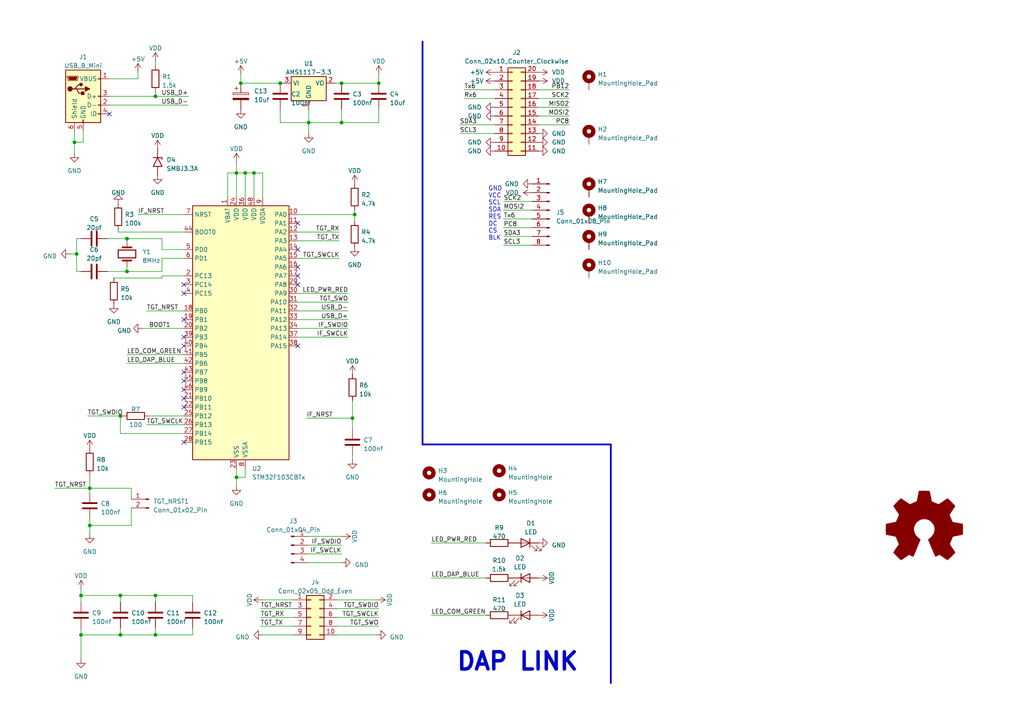
<source format=kicad_sch>
(kicad_sch (version 20230121) (generator eeschema)
  (paper "A4")
  (lib_symbols
    (symbol "+5V_1" (power) (pin_names (offset 0))
      (property "Value" "+5V_1" (at 0 3.556 0))
      (symbol "+5V_1_1_1"
        (pin power_in line (at 0 0 90) (length 0) hide (name "+5V") (number "1"))
      )
    )
    (symbol "Connector:Conn_01x02_Pin" (pin_names (offset 1.016) hide)
      (property "Reference" "J" (at 0 2.54 0))
      (property "Value" "Conn_01x02_Pin" (at 0 -5.08 0))
      (symbol "Conn_01x02_Pin_1_1"
        (pin passive line (at 5.08 0 180) (length 3.81) (name "Pin_1") (number "1"))
        (pin passive line (at 5.08 -2.54 180) (length 3.81) (name "Pin_2") (number "2"))
      )
    )
    (symbol "Connector:Conn_01x04_Pin" (pin_names (offset 1.016) hide)
      (property "Reference" "J" (at 0 5.08 0))
      (property "Value" "Conn_01x04_Pin" (at 0 -7.62 0))
      (symbol "Conn_01x04_Pin_1_1"
        (pin passive line (at 5.08 2.54 180) (length 3.81) (name "Pin_1") (number "1"))
        (pin passive line (at 5.08 0 180) (length 3.81) (name "Pin_2") (number "2"))
        (pin passive line (at 5.08 -2.54 180) (length 3.81) (name "Pin_3") (number "3"))
        (pin passive line (at 5.08 -5.08 180) (length 3.81) (name "Pin_4") (number "4"))
      )
    )
    (symbol "Connector:Conn_01x08_Pin" (pin_names (offset 1.016) hide)
      (property "Reference" "J" (at 0 10.16 0))
      (property "Value" "Conn_01x08_Pin" (at 0 -12.7 0))
      (symbol "Conn_01x08_Pin_1_1"
        (pin passive line (at 5.08 7.62 180) (length 3.81) (name "Pin_1") (number "1"))
        (pin passive line (at 5.08 5.08 180) (length 3.81) (name "Pin_2") (number "2"))
        (pin passive line (at 5.08 2.54 180) (length 3.81) (name "Pin_3") (number "3"))
        (pin passive line (at 5.08 0 180) (length 3.81) (name "Pin_4") (number "4"))
        (pin passive line (at 5.08 -2.54 180) (length 3.81) (name "Pin_5") (number "5"))
        (pin passive line (at 5.08 -5.08 180) (length 3.81) (name "Pin_6") (number "6"))
        (pin passive line (at 5.08 -7.62 180) (length 3.81) (name "Pin_7") (number "7"))
        (pin passive line (at 5.08 -10.16 180) (length 3.81) (name "Pin_8") (number "8"))
      )
    )
    (symbol "Connector:USB_B_Mini" (pin_names (offset 1.016))
      (property "Reference" "J" (at -5.08 11.43 0))
      (property "Value" "USB_B_Mini" (at -5.08 8.89 0))
      (symbol "USB_B_Mini_1_1"
        (pin power_out line (at 7.62 5.08 180) (length 2.54) (name "VBUS") (number "1"))
        (pin bidirectional line (at 7.62 -2.54 180) (length 2.54) (name "D-") (number "2"))
        (pin bidirectional line (at 7.62 0 180) (length 2.54) (name "D+") (number "3"))
        (pin passive line (at 7.62 -5.08 180) (length 2.54) (name "ID") (number "4"))
        (pin power_out line (at 0 -10.16 90) (length 2.54) (name "GND") (number "5"))
        (pin passive line (at -2.54 -10.16 90) (length 2.54) (name "Shield") (number "6"))
      )
    )
    (symbol "Connector_Generic:Conn_02x05_Odd_Even" (pin_names (offset 1.016) hide)
      (property "Reference" "J" (at 1.27 7.62 0))
      (property "Value" "Conn_02x05_Odd_Even" (at 1.27 -7.62 0))
      (symbol "Conn_02x05_Odd_Even_1_1"
        (pin passive line (at -5.08 5.08 0) (length 3.81) (name "Pin_1") (number "1"))
        (pin passive line (at 7.62 -5.08 180) (length 3.81) (name "Pin_10") (number "10"))
        (pin passive line (at 7.62 5.08 180) (length 3.81) (name "Pin_2") (number "2"))
        (pin passive line (at -5.08 2.54 0) (length 3.81) (name "Pin_3") (number "3"))
        (pin passive line (at 7.62 2.54 180) (length 3.81) (name "Pin_4") (number "4"))
        (pin passive line (at -5.08 0 0) (length 3.81) (name "Pin_5") (number "5"))
        (pin passive line (at 7.62 0 180) (length 3.81) (name "Pin_6") (number "6"))
        (pin passive line (at -5.08 -2.54 0) (length 3.81) (name "Pin_7") (number "7"))
        (pin passive line (at 7.62 -2.54 180) (length 3.81) (name "Pin_8") (number "8"))
        (pin passive line (at -5.08 -5.08 0) (length 3.81) (name "Pin_9") (number "9"))
      )
    )
    (symbol "Connector_Generic:Conn_02x10_Counter_Clockwise" (pin_names (offset 1.016) hide)
      (property "Reference" "J" (at 1.27 12.7 0))
      (property "Value" "Conn_02x10_Counter_Clockwise" (at 1.27 -15.24 0))
      (symbol "Conn_02x10_Counter_Clockwise_1_1"
        (pin passive line (at -5.08 10.16 0) (length 3.81) (name "Pin_1") (number "1"))
        (pin passive line (at -5.08 -12.7 0) (length 3.81) (name "Pin_10") (number "10"))
        (pin passive line (at 7.62 -12.7 180) (length 3.81) (name "Pin_11") (number "11"))
        (pin passive line (at 7.62 -10.16 180) (length 3.81) (name "Pin_12") (number "12"))
        (pin passive line (at 7.62 -7.62 180) (length 3.81) (name "Pin_13") (number "13"))
        (pin passive line (at 7.62 -5.08 180) (length 3.81) (name "Pin_14") (number "14"))
        (pin passive line (at 7.62 -2.54 180) (length 3.81) (name "Pin_15") (number "15"))
        (pin passive line (at 7.62 0 180) (length 3.81) (name "Pin_16") (number "16"))
        (pin passive line (at 7.62 2.54 180) (length 3.81) (name "Pin_17") (number "17"))
        (pin passive line (at 7.62 5.08 180) (length 3.81) (name "Pin_18") (number "18"))
        (pin passive line (at 7.62 7.62 180) (length 3.81) (name "Pin_19") (number "19"))
        (pin passive line (at -5.08 7.62 0) (length 3.81) (name "Pin_2") (number "2"))
        (pin passive line (at 7.62 10.16 180) (length 3.81) (name "Pin_20") (number "20"))
        (pin passive line (at -5.08 5.08 0) (length 3.81) (name "Pin_3") (number "3"))
        (pin passive line (at -5.08 2.54 0) (length 3.81) (name "Pin_4") (number "4"))
        (pin passive line (at -5.08 0 0) (length 3.81) (name "Pin_5") (number "5"))
        (pin passive line (at -5.08 -2.54 0) (length 3.81) (name "Pin_6") (number "6"))
        (pin passive line (at -5.08 -5.08 0) (length 3.81) (name "Pin_7") (number "7"))
        (pin passive line (at -5.08 -7.62 0) (length 3.81) (name "Pin_8") (number "8"))
        (pin passive line (at -5.08 -10.16 0) (length 3.81) (name "Pin_9") (number "9"))
      )
    )
    (symbol "Device:C" (pin_numbers hide) (pin_names (offset 0.254))
      (property "Reference" "C" (at 0.635 2.54 0))
      (property "Value" "C" (at 0.635 -2.54 0))
      (symbol "C_1_1"
        (pin passive line (at 0 3.81 270) (length 2.794) (name "~") (number "1"))
        (pin passive line (at 0 -3.81 90) (length 2.794) (name "~") (number "2"))
      )
    )
    (symbol "Device:C_Polarized" (pin_numbers hide) (pin_names (offset 0.254))
      (property "Reference" "C" (at 0.635 2.54 0))
      (property "Value" "C_Polarized" (at 0.635 -2.54 0))
      (symbol "C_Polarized_1_1"
        (pin passive line (at 0 3.81 270) (length 2.794) (name "~") (number "1"))
        (pin passive line (at 0 -3.81 90) (length 2.794) (name "~") (number "2"))
      )
    )
    (symbol "Device:Crystal" (pin_numbers hide) (pin_names (offset 1.016) hide)
      (property "Reference" "Y" (at 0 3.81 0))
      (property "Value" "Crystal" (at 0 -3.81 0))
      (symbol "Crystal_1_1"
        (pin passive line (at -3.81 0 0) (length 1.27) (name "1") (number "1"))
        (pin passive line (at 3.81 0 180) (length 1.27) (name "2") (number "2"))
      )
    )
    (symbol "Device:LED" (pin_numbers hide) (pin_names (offset 1.016) hide)
      (property "Reference" "D" (at 0 2.54 0))
      (property "Value" "LED" (at 0 -2.54 0))
      (symbol "LED_1_1"
        (pin passive line (at -3.81 0 0) (length 2.54) (name "K") (number "1"))
        (pin passive line (at 3.81 0 180) (length 2.54) (name "A") (number "2"))
      )
    )
    (symbol "Device:R" (pin_numbers hide) (pin_names (offset 0))
      (property "Reference" "R" (at 2.032 0 90))
      (property "Value" "R" (at 0 0 90))
      (symbol "R_1_1"
        (pin passive line (at 0 3.81 270) (length 1.27) (name "~") (number "1"))
        (pin passive line (at 0 -3.81 90) (length 1.27) (name "~") (number "2"))
      )
    )
    (symbol "Diode:SM6T6V8A" (pin_numbers hide) (pin_names (offset 1.016) hide)
      (property "Reference" "D" (at 0 2.54 0))
      (property "Value" "SM6T6V8A" (at 0 -2.54 0))
      (symbol "SM6T6V8A_1_1"
        (pin passive line (at -3.81 0 0) (length 2.54) (name "A1") (number "1"))
        (pin passive line (at 3.81 0 180) (length 2.54) (name "A2") (number "2"))
      )
    )
    (symbol "GND_1" (power) (pin_names (offset 0))
      (property "Value" "GND_1" (at 0 -3.81 0))
      (symbol "GND_1_1_1"
        (pin power_in line (at 0 0 270) (length 0) hide (name "GND") (number "1"))
      )
    )
    (symbol "Graphic:Logo_Open_Hardware_Large" (in_bom no) (on_board no))
    (symbol "MCU_ST_STM32F1:STM32F103CBTx"
      (property "Reference" "U" (at -12.7 39.37 0))
      (property "Value" "STM32F103CBTx" (at 10.16 39.37 0))
      (symbol "STM32F103CBTx_1_1"
        (pin power_in line (at -2.54 40.64 270) (length 2.54) (name "VBAT") (number "1"))
        (pin bidirectional line (at 17.78 35.56 180) (length 2.54) (name "PA0") (number "10"))
        (pin bidirectional line (at 17.78 33.02 180) (length 2.54) (name "PA1") (number "11"))
        (pin bidirectional line (at 17.78 30.48 180) (length 2.54) (name "PA2") (number "12"))
        (pin bidirectional line (at 17.78 27.94 180) (length 2.54) (name "PA3") (number "13"))
        (pin bidirectional line (at 17.78 25.4 180) (length 2.54) (name "PA4") (number "14"))
        (pin bidirectional line (at 17.78 22.86 180) (length 2.54) (name "PA5") (number "15"))
        (pin bidirectional line (at 17.78 20.32 180) (length 2.54) (name "PA6") (number "16"))
        (pin bidirectional line (at 17.78 17.78 180) (length 2.54) (name "PA7") (number "17"))
        (pin bidirectional line (at -15.24 7.62 0) (length 2.54) (name "PB0") (number "18"))
        (pin bidirectional line (at -15.24 5.08 0) (length 2.54) (name "PB1") (number "19"))
        (pin bidirectional line (at -15.24 17.78 0) (length 2.54) (name "PC13") (number "2"))
        (pin bidirectional line (at -15.24 2.54 0) (length 2.54) (name "PB2") (number "20"))
        (pin bidirectional line (at -15.24 -17.78 0) (length 2.54) (name "PB10") (number "21"))
        (pin bidirectional line (at -15.24 -20.32 0) (length 2.54) (name "PB11") (number "22"))
        (pin power_in line (at 0 -38.1 90) (length 2.54) (name "VSS") (number "23"))
        (pin power_in line (at 0 40.64 270) (length 2.54) (name "VDD") (number "24"))
        (pin bidirectional line (at -15.24 -22.86 0) (length 2.54) (name "PB12") (number "25"))
        (pin bidirectional line (at -15.24 -25.4 0) (length 2.54) (name "PB13") (number "26"))
        (pin bidirectional line (at -15.24 -27.94 0) (length 2.54) (name "PB14") (number "27"))
        (pin bidirectional line (at -15.24 -30.48 0) (length 2.54) (name "PB15") (number "28"))
        (pin bidirectional line (at 17.78 15.24 180) (length 2.54) (name "PA8") (number "29"))
        (pin bidirectional line (at -15.24 15.24 0) (length 2.54) (name "PC14") (number "3"))
        (pin bidirectional line (at 17.78 12.7 180) (length 2.54) (name "PA9") (number "30"))
        (pin bidirectional line (at 17.78 10.16 180) (length 2.54) (name "PA10") (number "31"))
        (pin bidirectional line (at 17.78 7.62 180) (length 2.54) (name "PA11") (number "32"))
        (pin bidirectional line (at 17.78 5.08 180) (length 2.54) (name "PA12") (number "33"))
        (pin bidirectional line (at 17.78 2.54 180) (length 2.54) (name "PA13") (number "34"))
        (pin passive line (at 0 -38.1 90) (length 2.54) hide (name "VSS") (number "35"))
        (pin power_in line (at 2.54 40.64 270) (length 2.54) (name "VDD") (number "36"))
        (pin bidirectional line (at 17.78 0 180) (length 2.54) (name "PA14") (number "37"))
        (pin bidirectional line (at 17.78 -2.54 180) (length 2.54) (name "PA15") (number "38"))
        (pin bidirectional line (at -15.24 0 0) (length 2.54) (name "PB3") (number "39"))
        (pin bidirectional line (at -15.24 12.7 0) (length 2.54) (name "PC15") (number "4"))
        (pin bidirectional line (at -15.24 -2.54 0) (length 2.54) (name "PB4") (number "40"))
        (pin bidirectional line (at -15.24 -5.08 0) (length 2.54) (name "PB5") (number "41"))
        (pin bidirectional line (at -15.24 -7.62 0) (length 2.54) (name "PB6") (number "42"))
        (pin bidirectional line (at -15.24 -10.16 0) (length 2.54) (name "PB7") (number "43"))
        (pin input line (at -15.24 30.48 0) (length 2.54) (name "BOOT0") (number "44"))
        (pin bidirectional line (at -15.24 -12.7 0) (length 2.54) (name "PB8") (number "45"))
        (pin bidirectional line (at -15.24 -15.24 0) (length 2.54) (name "PB9") (number "46"))
        (pin passive line (at 0 -38.1 90) (length 2.54) hide (name "VSS") (number "47"))
        (pin power_in line (at 5.08 40.64 270) (length 2.54) (name "VDD") (number "48"))
        (pin bidirectional line (at -15.24 25.4 0) (length 2.54) (name "PD0") (number "5"))
        (pin bidirectional line (at -15.24 22.86 0) (length 2.54) (name "PD1") (number "6"))
        (pin input line (at -15.24 35.56 0) (length 2.54) (name "NRST") (number "7"))
        (pin power_in line (at 2.54 -38.1 90) (length 2.54) (name "VSSA") (number "8"))
        (pin power_in line (at 7.62 40.64 270) (length 2.54) (name "VDDA") (number "9"))
      )
    )
    (symbol "Mechanical:MountingHole" (pin_names (offset 1.016))
      (property "Reference" "H" (at 0 5.08 0))
      (property "Value" "MountingHole" (at 0 3.175 0))
    )
    (symbol "Mechanical:MountingHole_Pad" (pin_numbers hide) (pin_names (offset 1.016) hide)
      (property "Reference" "H" (at 0 6.35 0))
      (property "Value" "MountingHole_Pad" (at 0 4.445 0))
      (symbol "MountingHole_Pad_1_1"
        (pin input line (at 0 -2.54 90) (length 2.54) (name "1") (number "1"))
      )
    )
    (symbol "Regulator_Linear:AMS1117-3.3"
      (property "Reference" "U" (at -3.81 3.175 0))
      (property "Value" "AMS1117-3.3" (at 0 3.175 0))
      (symbol "AMS1117-3.3_1_1"
        (pin power_in line (at 0 -7.62 90) (length 2.54) (name "GND") (number "1"))
        (pin power_out line (at 7.62 0 180) (length 2.54) (name "VO") (number "2"))
        (pin power_in line (at -7.62 0 0) (length 2.54) (name "VI") (number "3"))
      )
    )
    (symbol "power:+5V" (power) (pin_names (offset 0))
      (property "Value" "+5V" (at 0 3.556 0))
      (symbol "+5V_1_1"
        (pin power_in line (at 0 0 90) (length 0) hide (name "+5V") (number "1"))
      )
    )
    (symbol "power:GND" (power) (pin_names (offset 0))
      (property "Value" "GND" (at 0 -3.81 0))
      (symbol "GND_1_1"
        (pin power_in line (at 0 0 270) (length 0) hide (name "GND") (number "1"))
      )
    )
    (symbol "power:VDD" (power) (pin_names (offset 0))
      (property "Value" "VDD" (at 0 3.81 0))
      (symbol "VDD_1_1"
        (pin power_in line (at 0 0 90) (length 0) hide (name "VDD") (number "1"))
      )
    )
  )
  (junction (at 73.66 50.165))
  (junction (at 45.085 172.72))
  (junction (at 34.925 172.72))
  (junction (at 99.06 35.56))
  (junction (at 81.28 24.13))
  (junction (at 23.495 184.15))
  (junction (at 36.83 69.215))
  (junction (at 102.87 62.23))
  (junction (at 71.12 50.165))
  (junction (at 109.855 24.13))
  (junction (at 89.535 35.56))
  (junction (at 22.225 73.66))
  (junction (at 23.495 172.72))
  (junction (at 26.035 141.605))
  (junction (at 68.58 50.165))
  (junction (at 68.58 138.43))
  (junction (at 45.085 27.94))
  (junction (at 34.925 184.15))
  (junction (at 21.59 41.275))
  (junction (at 69.85 24.13))
  (junction (at 26.035 152.4))
  (junction (at 34.925 120.65))
  (junction (at 102.235 121.285))
  (junction (at 99.06 24.13))
  (junction (at 45.085 184.15))
  (junction (at 36.83 78.74))
  (no_connect (at 53.34 85.09))
  (no_connect (at 86.36 100.33))
  (no_connect (at 53.34 100.33))
  (no_connect (at 31.75 33.02))
  (no_connect (at 53.34 92.71))
  (no_connect (at 53.34 110.49))
  (no_connect (at 53.34 113.03))
  (no_connect (at 53.34 118.11))
  (no_connect (at 86.36 80.01))
  (no_connect (at 86.36 72.39))
  (no_connect (at 53.34 128.27))
  (no_connect (at 86.36 77.47))
  (no_connect (at 53.34 82.55))
  (no_connect (at 86.36 82.55))
  (no_connect (at 53.34 97.79))
  (no_connect (at 53.34 115.57))
  (no_connect (at 53.34 107.95))
  (no_connect (at 86.36 64.77))
  (wire (pts (xy 22.225 73.66) (xy 20.32 73.66)))
  (wire (pts (xy 98.425 67.31) (xy 86.36 67.31)))
  (wire (pts (xy 23.495 184.15) (xy 34.925 184.15)))
  (wire (pts (xy 76.2 50.165) (xy 73.66 50.165)))
  (wire (pts (xy 23.495 78.74) (xy 22.225 78.74)))
  (wire (pts (xy 134.62 28.575) (xy 143.51 28.575)))
  (wire (pts (xy 75.565 176.53) (xy 85.09 176.53)))
  (wire (pts (xy 68.58 46.99) (xy 68.58 50.165)))
  (polyline (pts (xy 177.165 128.905) (xy 177.165 198.12)) (stroke (width 0.5)))
  (wire (pts (xy 55.88 172.72) (xy 45.085 172.72)))
  (wire (pts (xy 23.495 191.135) (xy 23.495 184.15)))
  (wire (pts (xy 109.22 173.99) (xy 97.79 173.99)))
  (wire (pts (xy 165.1 28.575) (xy 156.21 28.575)))
  (wire (pts (xy 109.855 35.56) (xy 99.06 35.56)))
  (wire (pts (xy 45.085 182.245) (xy 45.085 184.15)))
  (wire (pts (xy 34.925 182.245) (xy 34.925 184.15)))
  (wire (pts (xy 40.005 22.86) (xy 31.75 22.86)))
  (wire (pts (xy 31.115 78.74) (xy 36.83 78.74)))
  (wire (pts (xy 45.085 17.78) (xy 45.085 19.05)))
  (wire (pts (xy 76.2 173.99) (xy 85.09 173.99)))
  (wire (pts (xy 100.965 97.79) (xy 86.36 97.79)))
  (wire (pts (xy 34.925 125.73) (xy 53.34 125.73)))
  (wire (pts (xy 46.99 72.39) (xy 53.34 72.39)))
  (wire (pts (xy 23.495 174.625) (xy 23.495 172.72)))
  (wire (pts (xy 102.87 62.23) (xy 102.87 64.135)))
  (wire (pts (xy 31.115 69.215) (xy 36.83 69.215)))
  (wire (pts (xy 46.99 80.645) (xy 33.02 80.645)))
  (wire (pts (xy 88.9 121.285) (xy 102.235 121.285)))
  (wire (pts (xy 46.99 69.215) (xy 46.99 72.39)))
  (wire (pts (xy 102.235 124.46) (xy 102.235 121.285)))
  (wire (pts (xy 34.29 67.31) (xy 34.29 66.675)))
  (wire (pts (xy 71.12 50.165) (xy 68.58 50.165)))
  (wire (pts (xy 100.965 87.63) (xy 86.36 87.63)))
  (wire (pts (xy 26.035 152.4) (xy 26.035 150.495)))
  (wire (pts (xy 42.545 90.17) (xy 53.34 90.17)))
  (wire (pts (xy 102.235 116.205) (xy 102.235 121.285)))
  (wire (pts (xy 53.34 80.01) (xy 46.99 80.01)))
  (wire (pts (xy 98.425 74.93) (xy 86.36 74.93)))
  (wire (pts (xy 34.925 184.15) (xy 45.085 184.15)))
  (wire (pts (xy 133.35 36.195) (xy 143.51 36.195)))
  (wire (pts (xy 68.58 140.97) (xy 68.58 138.43)))
  (wire (pts (xy 36.83 69.215) (xy 46.99 69.215)))
  (wire (pts (xy 73.66 57.15) (xy 73.66 50.165)))
  (wire (pts (xy 26.035 141.605) (xy 15.875 141.605)))
  (wire (pts (xy 102.235 132.08) (xy 102.235 133.35)))
  (wire (pts (xy 102.87 60.96) (xy 102.87 62.23)))
  (wire (pts (xy 165.1 26.035) (xy 156.21 26.035)))
  (wire (pts (xy 43.18 120.65) (xy 53.34 120.65)))
  (wire (pts (xy 125.095 157.48) (xy 140.97 157.48)))
  (wire (pts (xy 22.225 69.215) (xy 23.495 69.215)))
  (wire (pts (xy 38.1 144.78) (xy 38.1 141.605)))
  (wire (pts (xy 21.59 44.45) (xy 21.59 41.275)))
  (wire (pts (xy 34.925 120.65) (xy 35.56 120.65)))
  (wire (pts (xy 68.58 138.43) (xy 68.58 135.89)))
  (wire (pts (xy 81.28 35.56) (xy 89.535 35.56)))
  (wire (pts (xy 73.66 50.165) (xy 71.12 50.165)))
  (wire (pts (xy 36.83 105.41) (xy 53.34 105.41)))
  (wire (pts (xy 55.88 174.625) (xy 55.88 172.72)))
  (wire (pts (xy 22.225 73.66) (xy 22.225 78.74)))
  (wire (pts (xy 125.095 178.435) (xy 140.97 178.435)))
  (wire (pts (xy 99.06 163.195) (xy 89.535 163.195)))
  (wire (pts (xy 26.035 137.795) (xy 26.035 141.605)))
  (wire (pts (xy 38.1 147.32) (xy 38.1 152.4)))
  (wire (pts (xy 75.565 179.07) (xy 85.09 179.07)))
  (wire (pts (xy 146.05 63.5) (xy 154.305 63.5)))
  (wire (pts (xy 109.855 21.59) (xy 109.855 24.13)))
  (wire (pts (xy 66.04 50.165) (xy 68.58 50.165)))
  (wire (pts (xy 45.085 27.94) (xy 54.61 27.94)))
  (wire (pts (xy 34.925 172.72) (xy 45.085 172.72)))
  (wire (pts (xy 156.21 31.115) (xy 165.1 31.115)))
  (wire (pts (xy 165.1 33.655) (xy 156.21 33.655)))
  (wire (pts (xy 165.1 36.195) (xy 156.21 36.195)))
  (wire (pts (xy 21.59 41.275) (xy 21.59 38.1)))
  (wire (pts (xy 54.61 30.48) (xy 31.75 30.48)))
  (wire (pts (xy 109.855 181.61) (xy 97.79 181.61)))
  (wire (pts (xy 45.085 26.67) (xy 45.085 27.94)))
  (wire (pts (xy 75.565 181.61) (xy 85.09 181.61)))
  (wire (pts (xy 99.06 31.75) (xy 99.06 35.56)))
  (wire (pts (xy 41.275 95.25) (xy 53.34 95.25)))
  (wire (pts (xy 23.495 172.72) (xy 23.495 170.815)))
  (wire (pts (xy 76.2 184.15) (xy 85.09 184.15)))
  (wire (pts (xy 98.425 69.85) (xy 86.36 69.85)))
  (wire (pts (xy 100.965 95.25) (xy 86.36 95.25)))
  (wire (pts (xy 109.22 184.15) (xy 97.79 184.15)))
  (wire (pts (xy 26.035 154.94) (xy 26.035 152.4)))
  (wire (pts (xy 133.35 38.735) (xy 143.51 38.735)))
  (wire (pts (xy 26.035 142.875) (xy 26.035 141.605)))
  (wire (pts (xy 100.965 90.17) (xy 86.36 90.17)))
  (wire (pts (xy 146.05 71.12) (xy 154.305 71.12)))
  (wire (pts (xy 46.99 74.93) (xy 53.34 74.93)))
  (wire (pts (xy 40.005 20.955) (xy 40.005 22.86)))
  (wire (pts (xy 45.085 184.15) (xy 55.88 184.15)))
  (wire (pts (xy 24.13 38.1) (xy 24.13 41.275)))
  (wire (pts (xy 86.36 62.23) (xy 102.87 62.23)))
  (wire (pts (xy 69.85 24.13) (xy 81.28 24.13)))
  (wire (pts (xy 146.05 60.96) (xy 154.305 60.96)))
  (polyline (pts (xy 122.555 12.065) (xy 122.555 128.905)) (stroke (width 0.5)))
  (wire (pts (xy 109.855 176.53) (xy 97.79 176.53)))
  (wire (pts (xy 99.06 24.13) (xy 109.855 24.13)))
  (wire (pts (xy 89.535 35.56) (xy 89.535 38.735)))
  (wire (pts (xy 109.855 31.75) (xy 109.855 35.56)))
  (wire (pts (xy 100.965 85.09) (xy 86.36 85.09)))
  (wire (pts (xy 36.83 78.74) (xy 46.99 78.74)))
  (wire (pts (xy 36.83 102.87) (xy 53.34 102.87)))
  (wire (pts (xy 125.095 167.64) (xy 140.97 167.64)))
  (wire (pts (xy 99.06 24.13) (xy 97.155 24.13)))
  (wire (pts (xy 23.495 172.72) (xy 34.925 172.72)))
  (wire (pts (xy 100.965 92.71) (xy 86.36 92.71)))
  (wire (pts (xy 34.925 174.625) (xy 34.925 172.72)))
  (wire (pts (xy 134.62 26.035) (xy 143.51 26.035)))
  (wire (pts (xy 66.04 57.15) (xy 66.04 50.165)))
  (wire (pts (xy 69.85 21.59) (xy 69.85 24.13)))
  (wire (pts (xy 42.545 123.19) (xy 53.34 123.19)))
  (wire (pts (xy 109.855 179.07) (xy 97.79 179.07)))
  (wire (pts (xy 81.28 31.75) (xy 81.28 35.56)))
  (wire (pts (xy 34.925 125.73) (xy 34.925 120.65)))
  (wire (pts (xy 38.1 152.4) (xy 26.035 152.4)))
  (wire (pts (xy 99.06 155.575) (xy 89.535 155.575)))
  (wire (pts (xy 89.535 35.56) (xy 89.535 31.75)))
  (wire (pts (xy 36.83 78.74) (xy 36.83 77.47)))
  (wire (pts (xy 76.2 57.15) (xy 76.2 50.165)))
  (wire (pts (xy 46.99 80.01) (xy 46.99 80.645)))
  (wire (pts (xy 71.12 50.165) (xy 71.12 57.15)))
  (wire (pts (xy 40.005 62.23) (xy 53.34 62.23)))
  (wire (pts (xy 31.75 27.94) (xy 45.085 27.94)))
  (wire (pts (xy 99.06 160.655) (xy 89.535 160.655)))
  (wire (pts (xy 81.28 24.13) (xy 81.915 24.13)))
  (wire (pts (xy 99.06 158.115) (xy 89.535 158.115)))
  (wire (pts (xy 68.58 138.43) (xy 71.12 138.43)))
  (wire (pts (xy 23.495 184.15) (xy 23.495 182.245)))
  (wire (pts (xy 22.225 69.215) (xy 22.225 73.66)))
  (wire (pts (xy 25.4 120.65) (xy 34.925 120.65)))
  (wire (pts (xy 99.06 35.56) (xy 89.535 35.56)))
  (wire (pts (xy 24.13 41.275) (xy 21.59 41.275)))
  (wire (pts (xy 55.88 182.245) (xy 55.88 184.15)))
  (wire (pts (xy 71.12 135.89) (xy 71.12 138.43)))
  (wire (pts (xy 36.83 69.215) (xy 36.83 69.85)))
  (wire (pts (xy 34.29 67.31) (xy 53.34 67.31)))
  (wire (pts (xy 26.035 141.605) (xy 38.1 141.605)))
  (wire (pts (xy 146.05 68.58) (xy 154.305 68.58)))
  (wire (pts (xy 68.58 50.165) (xy 68.58 57.15)))
  (polyline (pts (xy 122.555 128.905) (xy 177.165 128.905)) (stroke (width 0.5)))
  (wire (pts (xy 146.05 58.42) (xy 154.305 58.42)))
  (wire (pts (xy 45.085 174.625) (xy 45.085 172.72)))
  (wire (pts (xy 146.05 66.04) (xy 154.305 66.04)))
  (wire (pts (xy 46.99 78.74) (xy 46.99 74.93)))
  (text "DAP LINK" (at 132.08 194.945 0) (effects (font (size 5 5) (thickness 1) bold) (justify left bottom)))
  (text "GND\nVCC\nSCL\nSDA\nRES\nDC\nCS\nBLK" (at 141.605 69.85 0) (effects (font (size 1.27 1.27)) (justify left bottom)))
  (label "TGT_RX" (at 98.425 67.31 180))
  (label "PB12" (at 165.1 26.035 180))
  (label "TGT_SWDIO" (at 25.4 120.65 0))
  (label "IF_SWCLK" (at 100.965 97.79 180))
  (label "TGT_TX" (at 75.565 181.61 0))
  (label "IF_SWDIO" (at 99.06 158.115 180))
  (label "LED_DAP_BLUE" (at 36.83 105.41 0))
  (label "SCL3" (at 146.05 71.12 0))
  (label "USB_D+" (at 54.61 27.94 180))
  (label "IF_SWCLK" (at 99.06 160.655 180))
  (label "TGT_NRST" (at 42.545 90.17 0))
  (label "MISO2" (at 165.1 31.115 180))
  (label "MOSI2" (at 146.05 60.96 0))
  (label "USB_D-" (at 100.965 90.17 180))
  (label "Tx6" (at 146.05 63.5 0))
  (label "TGT_SWO" (at 109.855 181.61 180))
  (label "PC8" (at 165.1 36.195 180))
  (label "TGT_SWDIO" (at 109.855 176.53 180))
  (label "LED_COM_GREEN" (at 125.095 178.435 0))
  (label "IF_NRST" (at 40.005 62.23 0))
  (label "IF_SWDIO" (at 100.965 95.25 180))
  (label "TGT_SWCLK" (at 42.545 123.19 0))
  (label "TGT_TX" (at 98.425 69.85 180))
  (label "LED_PWR_RED" (at 125.095 157.48 0))
  (label "Tx6" (at 134.62 26.035 0))
  (label "SDA3" (at 146.05 68.58 0))
  (label "Rx6" (at 134.62 28.575 0))
  (label "TGT_SWO" (at 100.965 87.63 180))
  (label "LED_PWR_RED" (at 100.965 85.09 180))
  (label "USB_D+" (at 100.965 92.71 180))
  (label "TGT_NRST" (at 15.875 141.605 0))
  (label "SCK2" (at 165.1 28.575 180))
  (label "USB_D-" (at 54.61 30.48 180))
  (label "TGT_NRST" (at 75.565 176.53 0))
  (label "IF_NRST" (at 88.9 121.285 0))
  (label "BOOT1" (at 43.18 95.25 0))
  (label "TGT_SWCLK" (at 109.855 179.07 180))
  (label "TGT_SWCLK" (at 98.425 74.93 180))
  (label "LED_COM_GREEN" (at 36.83 102.87 0))
  (label "TGT_RX" (at 75.565 179.07 0))
  (label "PC8" (at 146.05 66.04 0))
  (label "SCK2" (at 146.05 58.42 0))
  (label "LED_DAP_BLUE" (at 125.095 167.64 0))
  (label "SCL3" (at 133.35 38.735 0))
  (label "MOSI2" (at 165.1 33.655 180))
  (label "SDA3" (at 133.35 36.195 0))
  (symbol (lib_id "power:VDD") (at 154.305 55.88 90) (mirror x) (unit 1)
    (property "Reference" "#PWR045" (effects hide))
    (property "Value" "VDD" (at 150.495 55.88 90) (effects (justify left)))
  )
  (symbol (lib_id "Connector_Generic:Conn_02x05_Odd_Even") (at 90.17 179.07 0) (unit 1)
    (property "Reference" "J4" (at 91.44 168.91 0))
    (property "Value" "Conn_02x05_Odd_Even" (at 91.44 171.45 0))
    (property "Footprint" "Connector_IDC:IDC-Header_2x05_P2.54mm_Vertical" (effects hide))
  )
  (symbol (lib_name "GND_1") (lib_id "power:GND") (at 156.21 38.735 90) (unit 1)
    (property "Reference" "#PWR016" (effects hide))
    (property "Value" "GND" (at 160.02 38.735 90) (effects (justify right)))
  )
  (symbol (lib_id "Device:C") (at 109.855 27.94 180) (unit 1)
    (property "Reference" "C4" (at 113.03 27.305 0) (effects (justify right)))
    (property "Value" "10uf" (at 113.03 29.845 0) (effects (justify right)))
    (property "Footprint" "Capacitor_SMD:C_0603_1608Metric_Pad1.08x0.95mm_HandSolder" (effects hide))
  )
  (symbol (lib_id "Device:C") (at 99.06 27.94 180) (unit 1)
    (property "Reference" "C3" (at 102.235 27.305 0) (effects (justify right)))
    (property "Value" "100nf" (at 102.235 29.845 0) (effects (justify right)))
    (property "Footprint" "Capacitor_SMD:C_0603_1608Metric_Pad1.08x0.95mm_HandSolder" (effects hide))
  )
  (symbol (lib_id "power:GND") (at 102.235 133.35 0) (unit 1)
    (property "Reference" "#PWR027" (effects hide))
    (property "Value" "GND" (at 102.235 138.43 0))
  )
  (symbol (lib_id "Mechanical:MountingHole_Pad") (at 170.815 54.61 0) (unit 1)
    (property "Reference" "H7" (at 173.355 52.705 0) (effects (justify left)))
    (property "Value" "MountingHole_Pad" (at 173.355 55.245 0) (effects (justify left)))
    (property "Footprint" "MountingHole:MountingHole_2.2mm_M2_DIN965_Pad" (effects hide))
  )
  (symbol (lib_id "Device:Crystal") (at 36.83 73.66 90) (unit 1)
    (property "Reference" "Y1" (at 41.275 73.025 90) (effects (justify right)))
    (property "Value" "8MHz" (at 41.275 75.565 90) (effects (justify right)))
    (property "Footprint" "Crystal:Crystal_HC49-U_Vertical" (effects hide))
  )
  (symbol (lib_id "power:VDD") (at 156.21 178.435 270) (unit 1)
    (property "Reference" "#PWR037" (effects hide))
    (property "Value" "VDD" (at 160.02 178.435 0))
  )
  (symbol (lib_id "power:VDD") (at 109.22 173.99 270) (unit 1)
    (property "Reference" "#PWR036" (effects hide))
    (property "Value" "VDD" (at 113.03 173.99 0))
  )
  (symbol (lib_id "power:VDD") (at 23.495 170.815 0) (unit 1)
    (property "Reference" "#PWR034" (effects hide))
    (property "Value" "VDD" (at 23.495 167.005 0))
  )
  (symbol (lib_id "power:VDD") (at 109.855 21.59 0) (unit 1)
    (property "Reference" "#PWR04" (effects hide))
    (property "Value" "VDD" (at 109.855 17.78 0))
  )
  (symbol (lib_name "+5V_1") (lib_id "power:+5V") (at 40.005 20.955 0) (unit 1)
    (property "Reference" "#PWR02" (effects hide))
    (property "Value" "+5V" (at 40.005 17.145 0))
  )
  (symbol (lib_id "power:VDD") (at 68.58 46.99 0) (unit 1)
    (property "Reference" "#PWR07" (effects hide))
    (property "Value" "VDD" (at 68.58 43.18 0))
  )
  (symbol (lib_id "power:GND") (at 99.06 163.195 90) (unit 1)
    (property "Reference" "#PWR032" (effects hide))
    (property "Value" "GND" (at 102.87 163.83 90) (effects (justify right)))
  )
  (symbol (lib_id "Device:C") (at 102.235 128.27 180) (unit 1)
    (property "Reference" "C7" (at 105.41 127.635 0) (effects (justify right)))
    (property "Value" "100nf" (at 105.41 130.175 0) (effects (justify right)))
    (property "Footprint" "Capacitor_SMD:C_0603_1608Metric_Pad1.08x0.95mm_HandSolder" (effects hide))
  )
  (symbol (lib_id "Device:R") (at 34.29 62.865 0) (unit 1)
    (property "Reference" "R3" (at 36.195 62.23 0) (effects (justify left)))
    (property "Value" "100k" (at 36.195 64.77 0) (effects (justify left)))
    (property "Footprint" "Resistor_SMD:R_0603_1608Metric_Pad0.98x0.95mm_HandSolder" (effects hide))
  )
  (symbol (lib_id "power:GND") (at 21.59 44.45 0) (unit 1)
    (property "Reference" "#PWR06" (effects hide))
    (property "Value" "GND" (at 21.59 49.53 0))
  )
  (symbol (lib_id "Mechanical:MountingHole") (at 144.78 136.525 0) (unit 1)
    (property "Reference" "H4" (at 147.32 135.89 0) (effects (justify left)))
    (property "Value" "MountingHole" (at 147.32 138.43 0) (effects (justify left)))
    (property "Footprint" "MountingHole:MountingHole_2.2mm_M2" (effects hide))
  )
  (symbol (lib_id "power:GND") (at 20.32 73.66 270) (unit 1)
    (property "Reference" "#PWR020" (effects hide))
    (property "Value" "GND" (at 16.51 74.295 90) (effects (justify right)))
  )
  (symbol (lib_id "Diode:SM6T6V8A") (at 45.72 46.99 270) (unit 1)
    (property "Reference" "D4" (at 48.26 46.355 90) (effects (justify left)))
    (property "Value" "SMBJ3.3A" (at 48.26 48.895 90) (effects (justify left)))
    (property "Footprint" "Diode_SMD:D_SMB_Handsoldering" (effects hide))
    (property "Datasheet" "https://www.st.com/resource/en/datasheet/sm6t.pdf" (effects hide))
  )
  (symbol (lib_id "Device:C_Polarized") (at 69.85 27.94 0) (unit 1)
    (property "Reference" "C13" (at 73.66 26.416 0) (effects (justify left)))
    (property "Value" "10uf" (at 73.66 28.956 0) (effects (justify left)))
    (property "Footprint" "Capacitor_Tantalum_SMD:CP_EIA-3216-18_Kemet-A_Pad1.58x1.35mm_HandSolder" (effects hide))
  )
  (symbol (lib_id "power:VDD") (at 45.72 43.18 0) (unit 1)
    (property "Reference" "#PWR041" (effects hide))
    (property "Value" "VDD" (at 45.72 39.37 0))
  )
  (symbol (lib_id "Connector:Conn_01x04_Pin") (at 84.455 158.115 0) (unit 1)
    (property "Reference" "J3" (at 85.09 151.13 0))
    (property "Value" "Conn_01x04_Pin" (at 85.09 153.67 0))
    (property "Footprint" "Connector_PinHeader_2.54mm:PinHeader_1x04_P2.54mm_Vertical" (effects hide))
  )
  (symbol (lib_id "Device:R") (at 144.78 157.48 90) (unit 1)
    (property "Reference" "R9" (at 144.78 153.035 90))
    (property "Value" "470" (at 144.78 155.575 90))
    (property "Footprint" "Resistor_SMD:R_0603_1608Metric_Pad0.98x0.95mm_HandSolder" (effects hide))
  )
  (symbol (lib_id "Device:C") (at 81.28 27.94 180) (unit 1)
    (property "Reference" "C2" (at 84.455 27.305 0) (effects (justify right)))
    (property "Value" "100nf" (at 84.455 29.845 0) (effects (justify right)))
    (property "Footprint" "Capacitor_SMD:C_0603_1608Metric_Pad1.08x0.95mm_HandSolder" (effects hide))
  )
  (symbol (lib_name "+5V_1") (lib_id "power:+5V") (at 69.85 21.59 0) (unit 1)
    (property "Reference" "#PWR03" (effects hide))
    (property "Value" "+5V" (at 69.85 17.78 0))
  )
  (symbol (lib_id "Connector:Conn_01x08_Pin") (at 159.385 60.96 0) (mirror y) (unit 1)
    (property "Reference" "J5" (at 161.29 61.595 0) (effects (justify right)))
    (property "Value" "Conn_01x08_Pin" (at 161.29 64.135 0) (effects (justify right)))
    (property "Footprint" "Connector_PinHeader_2.54mm:PinHeader_1x08_P2.54mm_Vertical" (effects hide))
  )
  (symbol (lib_id "Connector:USB_B_Mini") (at 24.13 27.94 0) (unit 1)
    (property "Reference" "J1" (at 24.13 16.51 0))
    (property "Value" "USB_B_Mini" (at 24.13 19.05 0))
    (property "Footprint" "Jimmy_Library:USB_Micro-B_4TH" (effects hide))
  )
  (symbol (lib_id "Device:LED") (at 152.4 157.48 0) (mirror y) (unit 1)
    (property "Reference" "D1" (at 153.9875 151.765 0))
    (property "Value" "LED" (at 153.9875 154.305 0))
    (property "Footprint" "LED_SMD:LED_1206_3216Metric_Pad1.42x1.75mm_HandSolder" (effects hide))
  )
  (symbol (lib_id "Connector:Conn_01x02_Pin") (at 43.18 144.78 0) (mirror y) (unit 1)
    (property "Reference" "TGT_NRST1" (at 44.45 145.415 0) (effects (justify right)))
    (property "Value" "Conn_01x02_Pin" (at 44.45 147.955 0) (effects (justify right)))
    (property "Footprint" "Connector_PinHeader_2.54mm:PinHeader_1x02_P2.54mm_Vertical" (effects hide))
  )
  (symbol (lib_id "power:GND") (at 23.495 191.135 0) (unit 1)
    (property "Reference" "#PWR040" (effects hide))
    (property "Value" "GND" (at 23.495 196.215 0))
  )
  (symbol (lib_id "Mechanical:MountingHole_Pad") (at 170.815 23.495 0) (unit 1)
    (property "Reference" "H1" (at 173.355 21.59 0) (effects (justify left)))
    (property "Value" "MountingHole_Pad" (at 173.355 24.13 0) (effects (justify left)))
    (property "Footprint" "Jimmy_Library:MountingHole_M2_2.2x5mm_pad" (effects hide))
  )
  (symbol (lib_id "power:VDD") (at 45.085 17.78 0) (unit 1)
    (property "Reference" "#PWR01" (effects hide))
    (property "Value" "VDD" (at 45.085 13.97 0))
  )
  (symbol (lib_id "Device:C") (at 26.035 146.685 180) (unit 1)
    (property "Reference" "C8" (at 29.21 146.05 0) (effects (justify right)))
    (property "Value" "100nf" (at 29.21 148.59 0) (effects (justify right)))
    (property "Footprint" "Capacitor_SMD:C_0603_1608Metric_Pad1.08x0.95mm_HandSolder" (effects hide))
  )
  (symbol (lib_id "Device:LED") (at 152.4 167.64 0) (unit 1)
    (property "Reference" "D2" (at 150.8125 161.925 0))
    (property "Value" "LED" (at 150.8125 164.465 0))
    (property "Footprint" "LED_SMD:LED_1206_3216Metric_Pad1.42x1.75mm_HandSolder" (effects hide))
  )
  (symbol (lib_id "power:GND") (at 45.72 50.8 0) (unit 1)
    (property "Reference" "#PWR043" (effects hide))
    (property "Value" "GND" (at 45.72 55.88 0))
  )
  (symbol (lib_id "power:VDD") (at 76.2 173.99 90) (mirror x) (unit 1)
    (property "Reference" "#PWR035" (effects hide))
    (property "Value" "VDD" (at 72.39 173.99 0))
  )
  (symbol (lib_id "Device:C") (at 23.495 178.435 180) (unit 1)
    (property "Reference" "C9" (at 26.67 177.8 0) (effects (justify right)))
    (property "Value" "100nf" (at 26.67 180.34 0) (effects (justify right)))
    (property "Footprint" "Capacitor_SMD:C_0603_1608Metric_Pad1.08x0.95mm_HandSolder" (effects hide))
  )
  (symbol (lib_id "power:GND") (at 41.275 95.25 270) (unit 1)
    (property "Reference" "#PWR024" (effects hide))
    (property "Value" "GND" (at 38.1 95.885 90) (effects (justify right)))
  )
  (symbol (lib_id "Device:C") (at 27.305 78.74 90) (unit 1)
    (property "Reference" "C6" (at 27.305 72.39 90))
    (property "Value" "20pf" (at 27.305 74.93 90))
    (property "Footprint" "Capacitor_SMD:C_0603_1608Metric_Pad1.08x0.95mm_HandSolder" (effects hide))
  )
  (symbol (lib_id "Mechanical:MountingHole") (at 124.46 143.51 0) (unit 1)
    (property "Reference" "H6" (at 127 142.875 0) (effects (justify left)))
    (property "Value" "MountingHole" (at 127 145.415 0) (effects (justify left)))
    (property "Footprint" "MountingHole:MountingHole_2.2mm_M2" (effects hide))
  )
  (symbol (lib_id "Mechanical:MountingHole") (at 144.78 143.51 0) (unit 1)
    (property "Reference" "H5" (at 147.32 142.875 0) (effects (justify left)))
    (property "Value" "MountingHole" (at 147.32 145.415 0) (effects (justify left)))
    (property "Footprint" "MountingHole:MountingHole_2.2mm_M2" (effects hide))
  )
  (symbol (lib_id "Device:C") (at 55.88 178.435 180) (unit 1)
    (property "Reference" "C12" (at 59.055 177.8 0) (effects (justify right)))
    (property "Value" "100nf" (at 59.055 180.34 0) (effects (justify right)))
    (property "Footprint" "Capacitor_SMD:C_0603_1608Metric_Pad1.08x0.95mm_HandSolder" (effects hide))
  )
  (symbol (lib_id "power:GND") (at 156.21 157.48 90) (unit 1)
    (property "Reference" "#PWR031" (effects hide))
    (property "Value" "GND" (at 160.02 158.115 90) (effects (justify right)))
  )
  (symbol (lib_id "power:GND") (at 34.29 59.055 180) (unit 1)
    (property "Reference" "#PWR013" (effects hide))
    (property "Value" "GND" (at 34.29 55.88 0))
  )
  (symbol (lib_id "Connector_Generic:Conn_02x10_Counter_Clockwise") (at 148.59 31.115 0) (unit 1)
    (property "Reference" "J2" (at 149.86 15.24 0))
    (property "Value" "Conn_02x10_Counter_Clockwise" (at 149.86 17.78 0))
    (property "Footprint" "JConnector:BTB_0.8mm_2x10pin_Male" (effects hide))
  )
  (symbol (lib_id "Device:C") (at 27.305 69.215 90) (unit 1)
    (property "Reference" "C5" (at 27.305 63.5 90))
    (property "Value" "20pf" (at 27.305 66.04 90))
    (property "Footprint" "Capacitor_SMD:C_0603_1608Metric_Pad1.08x0.95mm_HandSolder" (effects hide))
  )
  (symbol (lib_id "power:VDD") (at 156.21 167.64 270) (unit 1)
    (property "Reference" "#PWR033" (effects hide))
    (property "Value" "VDD" (at 160.02 167.64 0))
  )
  (symbol (lib_id "power:VDD") (at 102.87 53.34 0) (unit 1)
    (property "Reference" "#PWR010" (effects hide))
    (property "Value" "VDD" (at 102.87 49.53 0))
  )
  (symbol (lib_name "GND_1") (lib_id "power:GND") (at 143.51 41.275 270) (unit 1)
    (property "Reference" "#PWR018" (effects hide))
    (property "Value" "GND" (at 139.7 41.275 90) (effects (justify right)))
  )
  (symbol (lib_id "power:+5V") (at 143.51 23.495 90) (unit 1)
    (property "Reference" "#PWR011" (effects hide))
    (property "Value" "+5V" (at 140.335 23.495 90) (effects (justify left)))
  )
  (symbol (lib_id "power:VDD") (at 102.235 108.585 0) (unit 1)
    (property "Reference" "#PWR025" (effects hide))
    (property "Value" "VDD" (at 102.235 104.775 0))
  )
  (symbol (lib_id "MCU_ST_STM32F1:STM32F103CBTx") (at 68.58 97.79 0) (unit 1)
    (property "Reference" "U2" (at 73.0759 135.89 0) (effects (justify left)))
    (property "Value" "STM32F103CBTx" (at 73.0759 138.43 0) (effects (justify left)))
    (property "Footprint" "Package_QFP:LQFP-48_7x7mm_P0.5mm" (effects hide))
    (property "Datasheet" "https://www.st.com/resource/en/datasheet/stm32f103cb.pdf" (effects hide))
  )
  (symbol (lib_id "Device:LED") (at 152.4 178.435 0) (unit 1)
    (property "Reference" "D3" (at 150.8125 172.72 0))
    (property "Value" "LED" (at 150.8125 175.26 0))
    (property "Footprint" "LED_SMD:LED_1206_3216Metric_Pad1.42x1.75mm_HandSolder" (effects hide))
  )
  (symbol (lib_id "Mechanical:MountingHole_Pad") (at 170.815 69.85 0) (unit 1)
    (property "Reference" "H9" (at 173.355 67.945 0) (effects (justify left)))
    (property "Value" "MountingHole_Pad" (at 173.355 70.485 0) (effects (justify left)))
    (property "Footprint" "MountingHole:MountingHole_2.2mm_M2_DIN965_Pad" (effects hide))
  )
  (symbol (lib_id "Device:R") (at 144.78 178.435 90) (unit 1)
    (property "Reference" "R11" (at 144.78 173.99 90))
    (property "Value" "470" (at 144.78 176.53 90))
    (property "Footprint" "Resistor_SMD:R_0603_1608Metric_Pad0.98x0.95mm_HandSolder" (effects hide))
  )
  (symbol (lib_id "Device:R") (at 102.235 112.395 0) (unit 1)
    (property "Reference" "R6" (at 104.14 111.76 0) (effects (justify left)))
    (property "Value" "10k" (at 104.14 114.3 0) (effects (justify left)))
    (property "Footprint" "Resistor_SMD:R_0603_1608Metric_Pad0.98x0.95mm_HandSolder" (effects hide))
  )
  (symbol (lib_name "GND_1") (lib_id "power:GND") (at 156.21 41.275 90) (unit 1)
    (property "Reference" "#PWR019" (effects hide))
    (property "Value" "GND" (at 160.02 41.275 90) (effects (justify right)))
  )
  (symbol (lib_id "power:GND") (at 76.2 184.15 270) (mirror x) (unit 1)
    (property "Reference" "#PWR038" (effects hide))
    (property "Value" "GND" (at 72.39 184.785 90) (effects (justify right)))
  )
  (symbol (lib_id "Device:R") (at 26.035 133.985 0) (unit 1)
    (property "Reference" "R8" (at 27.94 133.35 0) (effects (justify left)))
    (property "Value" "10k" (at 27.94 135.89 0) (effects (justify left)))
    (property "Footprint" "Resistor_SMD:R_0603_1608Metric_Pad0.98x0.95mm_HandSolder" (effects hide))
  )
  (symbol (lib_id "Mechanical:MountingHole") (at 124.46 137.16 0) (unit 1)
    (property "Reference" "H3" (at 127 136.525 0) (effects (justify left)))
    (property "Value" "MountingHole" (at 127 139.065 0) (effects (justify left)))
    (property "Footprint" "MountingHole:MountingHole_2.2mm_M2" (effects hide))
  )
  (symbol (lib_id "power:GND") (at 68.58 140.97 0) (unit 1)
    (property "Reference" "#PWR028" (effects hide))
    (property "Value" "GND" (at 68.58 146.05 0))
  )
  (symbol (lib_name "GND_1") (lib_id "power:GND") (at 143.51 43.815 270) (unit 1)
    (property "Reference" "#PWR021" (effects hide))
    (property "Value" "GND" (at 139.7 43.815 90) (effects (justify right)))
  )
  (symbol (lib_id "Device:R") (at 45.085 22.86 0) (unit 1)
    (property "Reference" "R1" (at 46.99 22.225 0) (effects (justify left)))
    (property "Value" "1.5k" (at 46.99 24.765 0) (effects (justify left)))
    (property "Footprint" "Resistor_SMD:R_0603_1608Metric_Pad0.98x0.95mm_HandSolder" (effects hide))
  )
  (symbol (lib_id "Device:R") (at 39.37 120.65 90) (unit 1)
    (property "Reference" "R7" (at 39.37 118.745 90))
    (property "Value" "100" (at 39.37 123.19 90))
    (property "Footprint" "Resistor_SMD:R_0603_1608Metric_Pad0.98x0.95mm_HandSolder" (effects hide))
  )
  (symbol (lib_name "GND_1") (lib_id "power:GND") (at 154.305 53.34 270) (unit 1)
    (property "Reference" "#PWR044" (effects hide))
    (property "Value" "GND" (at 150.495 53.34 90) (effects (justify right)))
  )
  (symbol (lib_id "power:GND") (at 26.035 154.94 0) (unit 1)
    (property "Reference" "#PWR029" (effects hide))
    (property "Value" "GND" (at 26.035 160.02 0))
  )
  (symbol (lib_id "Mechanical:MountingHole_Pad") (at 170.815 78.105 0) (unit 1)
    (property "Reference" "H10" (at 173.355 76.2 0) (effects (justify left)))
    (property "Value" "MountingHole_Pad" (at 173.355 78.74 0) (effects (justify left)))
    (property "Footprint" "MountingHole:MountingHole_2.2mm_M2_DIN965_Pad" (effects hide))
  )
  (symbol (lib_id "Device:C") (at 34.925 178.435 180) (unit 1)
    (property "Reference" "C10" (at 38.1 177.8 0) (effects (justify right)))
    (property "Value" "100nf" (at 38.1 180.34 0) (effects (justify right)))
    (property "Footprint" "Capacitor_SMD:C_0603_1608Metric_Pad1.08x0.95mm_HandSolder" (effects hide))
  )
  (symbol (lib_id "power:VDD") (at 156.21 20.955 270) (unit 1)
    (property "Reference" "#PWR09" (effects hide))
    (property "Value" "VDD" (at 160.02 20.955 90) (effects (justify left)))
  )
  (symbol (lib_id "Graphic:Logo_Open_Hardware_Large") (at 268.097 153.67 0) (unit 1) (in_bom no) (on_board no)
    (property "Reference" "#SYM1" (effects hide))
    (property "Value" "Logo_Open_Hardware_Large" (effects hide))
    (property "Sim.Enable" "0" (effects hide))
  )
  (symbol (lib_name "GND_1") (lib_id "power:GND") (at 156.21 43.815 90) (unit 1)
    (property "Reference" "#PWR022" (effects hide))
    (property "Value" "GND" (at 160.02 43.815 90) (effects (justify right)))
  )
  (symbol (lib_id "Device:R") (at 102.87 67.945 0) (unit 1)
    (property "Reference" "R4" (at 104.775 67.31 0) (effects (justify left)))
    (property "Value" "4.7k" (at 104.775 69.85 0) (effects (justify left)))
    (property "Footprint" "Resistor_SMD:R_0603_1608Metric_Pad0.98x0.95mm_HandSolder" (effects hide))
  )
  (symbol (lib_name "GND_1") (lib_id "power:GND") (at 143.51 31.115 270) (unit 1)
    (property "Reference" "#PWR014" (effects hide))
    (property "Value" "GND" (at 139.7 31.115 90) (effects (justify right)))
  )
  (symbol (lib_id "Device:R") (at 144.78 167.64 90) (unit 1)
    (property "Reference" "R10" (at 144.78 162.56 90))
    (property "Value" "1.5k" (at 144.78 165.1 90))
    (property "Footprint" "Resistor_SMD:R_0603_1608Metric_Pad0.98x0.95mm_HandSolder" (effects hide))
  )
  (symbol (lib_id "power:+5V") (at 143.51 20.955 90) (unit 1)
    (property "Reference" "#PWR08" (effects hide))
    (property "Value" "+5V" (at 140.335 20.955 90) (effects (justify left)))
  )
  (symbol (lib_id "power:GND") (at 69.85 31.75 0) (unit 1)
    (property "Reference" "#PWR042" (effects hide))
    (property "Value" "GND" (at 69.85 36.83 0))
  )
  (symbol (lib_id "power:VDD") (at 156.21 23.495 270) (unit 1)
    (property "Reference" "#PWR012" (effects hide))
    (property "Value" "VDD" (at 160.02 23.495 90) (effects (justify left)))
  )
  (symbol (lib_id "power:GND") (at 89.535 38.735 0) (unit 1)
    (property "Reference" "#PWR05" (effects hide))
    (property "Value" "GND" (at 89.535 43.815 0))
  )
  (symbol (lib_id "Mechanical:MountingHole_Pad") (at 170.815 62.23 0) (unit 1)
    (property "Reference" "H8" (at 173.355 60.325 0) (effects (justify left)))
    (property "Value" "MountingHole_Pad" (at 173.355 62.865 0) (effects (justify left)))
    (property "Footprint" "MountingHole:MountingHole_2.2mm_M2_DIN965_Pad" (effects hide))
  )
  (symbol (lib_id "power:GND") (at 102.87 71.755 0) (unit 1)
    (property "Reference" "#PWR017" (effects hide))
    (property "Value" "GND" (at 102.87 76.835 0))
  )
  (symbol (lib_id "power:VDD") (at 26.035 130.175 0) (unit 1)
    (property "Reference" "#PWR026" (effects hide))
    (property "Value" "VDD" (at 26.035 126.365 0))
  )
  (symbol (lib_id "Device:R") (at 33.02 84.455 0) (unit 1)
    (property "Reference" "R5" (at 34.925 83.82 0) (effects (justify left)))
    (property "Value" "10k" (at 34.925 86.36 0) (effects (justify left)))
    (property "Footprint" "Resistor_SMD:R_0603_1608Metric_Pad0.98x0.95mm_HandSolder" (effects hide))
  )
  (symbol (lib_id "Regulator_Linear:AMS1117-3.3") (at 89.535 24.13 0) (unit 1)
    (property "Reference" "U1" (at 89.535 18.415 0))
    (property "Value" "AMS1117-3.3" (at 89.535 20.955 0))
    (property "Footprint" "Package_TO_SOT_SMD:SOT-223-3_TabPin2" (effects hide))
    (property "Datasheet" "http://www.advanced-monolithic.com/pdf/ds1117.pdf" (effects hide))
  )
  (symbol (lib_id "Mechanical:MountingHole_Pad") (at 170.815 39.37 0) (unit 1)
    (property "Reference" "H2" (at 173.355 37.465 0) (effects (justify left)))
    (property "Value" "MountingHole_Pad" (at 173.355 40.005 0) (effects (justify left)))
    (property "Footprint" "Jimmy_Library:MountingHole_M2_2.2x5mm_pad" (effects hide))
  )
  (symbol (lib_id "power:GND") (at 33.02 88.265 0) (unit 1)
    (property "Reference" "#PWR023" (effects hide))
    (property "Value" "GND" (at 33.02 93.345 0))
  )
  (symbol (lib_id "Device:R") (at 102.87 57.15 0) (unit 1)
    (property "Reference" "R2" (at 104.775 56.515 0) (effects (justify left)))
    (property "Value" "4.7k" (at 104.775 59.055 0) (effects (justify left)))
    (property "Footprint" "Resistor_SMD:R_0603_1608Metric_Pad0.98x0.95mm_HandSolder" (effects hide))
  )
  (symbol (lib_id "power:VDD") (at 99.06 155.575 270) (unit 1)
    (property "Reference" "#PWR030" (effects hide))
    (property "Value" "VDD" (at 102.87 155.575 0))
  )
  (symbol (lib_id "Device:C") (at 45.085 178.435 180) (unit 1)
    (property "Reference" "C11" (at 48.26 177.8 0) (effects (justify right)))
    (property "Value" "100nf" (at 48.26 180.34 0) (effects (justify right)))
    (property "Footprint" "Capacitor_SMD:C_0603_1608Metric_Pad1.08x0.95mm_HandSolder" (effects hide))
  )
  (symbol (lib_name "GND_1") (lib_id "power:GND") (at 143.51 33.655 270) (unit 1)
    (property "Reference" "#PWR015" (effects hide))
    (property "Value" "GND" (at 139.7 33.655 90) (effects (justify right)))
  )
  (symbol (lib_id "power:GND") (at 109.22 184.15 90) (unit 1)
    (property "Reference" "#PWR039" (effects hide))
    (property "Value" "GND" (at 113.03 184.785 90) (effects (justify right)))
  )
)
</source>
